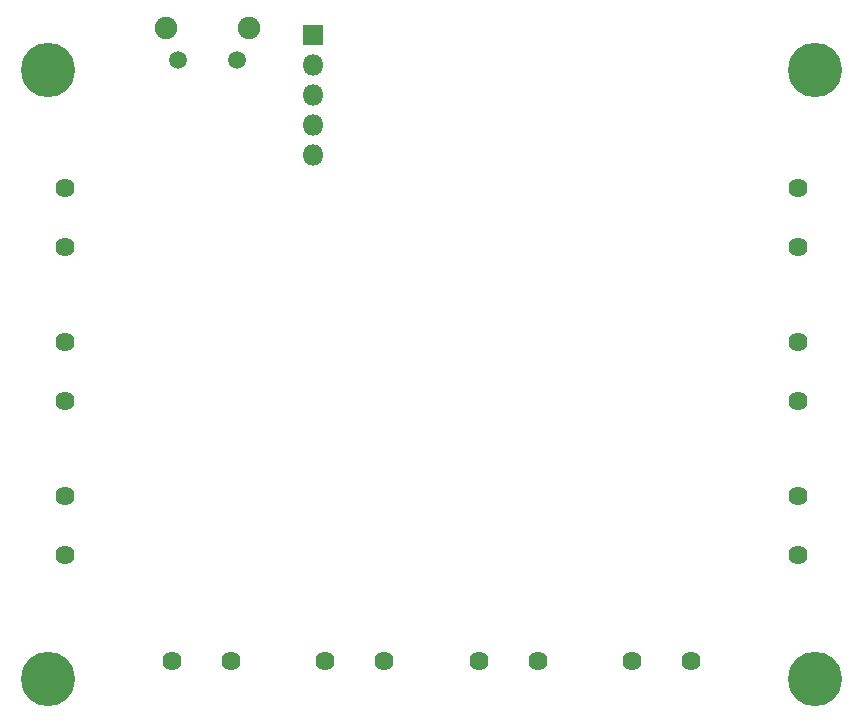
<source format=gbr>
%TF.GenerationSoftware,KiCad,Pcbnew,5.1.5+dfsg1-2build2*%
%TF.CreationDate,2020-08-24T22:09:22-06:00*%
%TF.ProjectId,twinkle-led-controller,7477696e-6b6c-4652-9d6c-65642d636f6e,rev?*%
%TF.SameCoordinates,Original*%
%TF.FileFunction,Soldermask,Bot*%
%TF.FilePolarity,Negative*%
%FSLAX46Y46*%
G04 Gerber Fmt 4.6, Leading zero omitted, Abs format (unit mm)*
G04 Created by KiCad (PCBNEW 5.1.5+dfsg1-2build2) date 2020-08-24 22:09:22*
%MOMM*%
%LPD*%
G04 APERTURE LIST*
%ADD10C,1.624000*%
%ADD11O,1.800000X1.800000*%
%ADD12R,1.800000X1.800000*%
%ADD13C,1.900000*%
%ADD14C,1.508000*%
%ADD15C,4.600000*%
G04 APERTURE END LIST*
D10*
%TO.C,J12*%
X182000000Y-72000000D03*
X182000000Y-67000000D03*
%TD*%
%TO.C,J11*%
X182000000Y-85000000D03*
X182000000Y-80000000D03*
%TD*%
%TO.C,J10*%
X182000000Y-98000000D03*
X182000000Y-93000000D03*
%TD*%
%TO.C,J9*%
X196000000Y-107000000D03*
X191000000Y-107000000D03*
%TD*%
%TO.C,J8*%
X209000000Y-107000000D03*
X204000000Y-107000000D03*
%TD*%
%TO.C,J7*%
X222000000Y-107000000D03*
X217000000Y-107000000D03*
%TD*%
%TO.C,J6*%
X235000000Y-107000000D03*
X230000000Y-107000000D03*
%TD*%
%TO.C,J5*%
X244000000Y-93000000D03*
X244000000Y-98000000D03*
%TD*%
%TO.C,J4*%
X244000000Y-80000000D03*
X244000000Y-85000000D03*
%TD*%
%TO.C,J3*%
X244000000Y-67000000D03*
X244000000Y-72000000D03*
%TD*%
D11*
%TO.C,J2*%
X203000000Y-64160000D03*
X203000000Y-61620000D03*
X203000000Y-59080000D03*
X203000000Y-56540000D03*
D12*
X203000000Y-54000000D03*
%TD*%
D13*
%TO.C,J1*%
X190500000Y-53400000D03*
X197500000Y-53400000D03*
D14*
X191500000Y-56100000D03*
X196500000Y-56100000D03*
%TD*%
D15*
%TO.C,H4*%
X245500000Y-108500000D03*
%TD*%
%TO.C,H3*%
X245500000Y-57000000D03*
%TD*%
%TO.C,H2*%
X180500000Y-108500000D03*
%TD*%
%TO.C,H1*%
X180500000Y-57000000D03*
%TD*%
M02*

</source>
